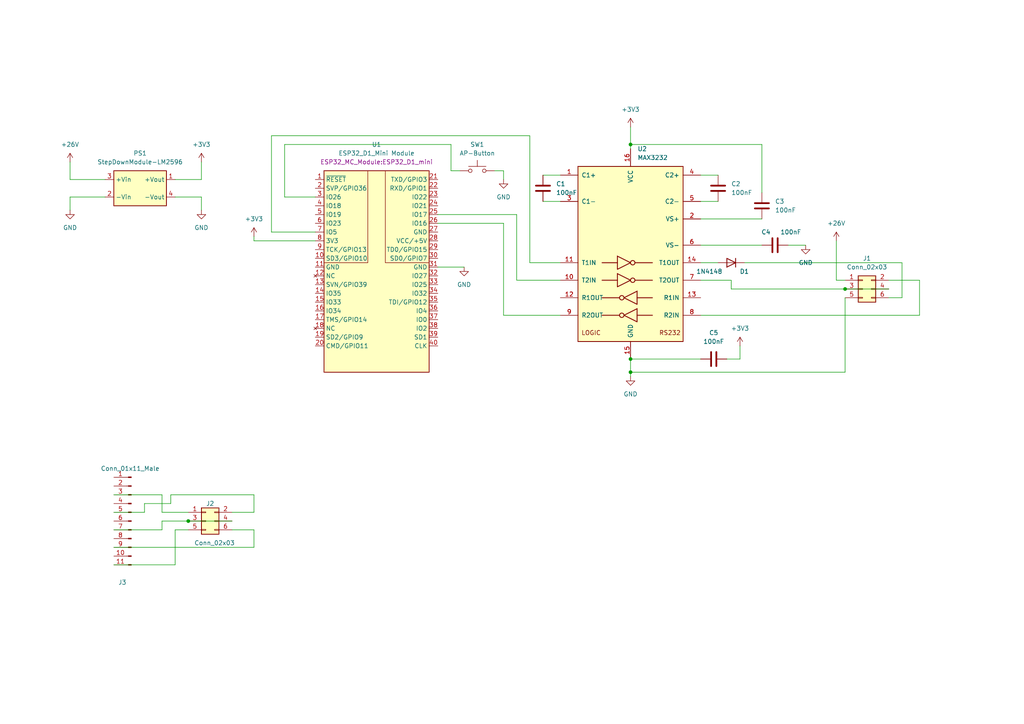
<source format=kicad_sch>
(kicad_sch (version 20211123) (generator eeschema)
  (paper "A4")
  (title_block (title "NES-Smartmeter Interface") (date "9. Aug. 2022") (rev "1") (comment 1 "Based on NES-MEP by www.dabbler.dk") (comment 4 "Author: Engelbert Horvat"))
  (lib_symbols
    (symbol "Connector:Conn_01x11_Male" (pin_names (offset 1.016) hide)
      (property "Reference" "J" (at 0 15.24 0))
      (property "Value" "Conn_01x11_Male" (at 0 -15.24 0))
      (symbol "Conn_01x11_Male_1_1"
        (polyline (pts (xy 1.27 -12.7) (xy 0.8636 -12.7)) (stroke (width 0.1524)))
        (polyline (pts (xy 1.27 -10.16) (xy 0.8636 -10.16)) (stroke (width 0.1524)))
        (polyline (pts (xy 1.27 -7.62) (xy 0.8636 -7.62)) (stroke (width 0.1524)))
        (polyline (pts (xy 1.27 -5.08) (xy 0.8636 -5.08)) (stroke (width 0.1524)))
        (polyline (pts (xy 1.27 -2.54) (xy 0.8636 -2.54)) (stroke (width 0.1524)))
        (polyline (pts (xy 1.27 0) (xy 0.8636 0)) (stroke (width 0.1524)))
        (polyline (pts (xy 1.27 2.54) (xy 0.8636 2.54)) (stroke (width 0.1524)))
        (polyline (pts (xy 1.27 5.08) (xy 0.8636 5.08)) (stroke (width 0.1524)))
        (polyline (pts (xy 1.27 7.62) (xy 0.8636 7.62)) (stroke (width 0.1524)))
        (polyline (pts (xy 1.27 10.16) (xy 0.8636 10.16)) (stroke (width 0.1524)))
        (polyline (pts (xy 1.27 12.7) (xy 0.8636 12.7)) (stroke (width 0.1524)))
        (rectangle (start 0.8636 -12.573) (end 0 -12.827) (stroke (width 0.1524)) (fill (type outline)))
        (rectangle (start 0.8636 -10.033) (end 0 -10.287) (stroke (width 0.1524)) (fill (type outline)))
        (rectangle (start 0.8636 -7.493) (end 0 -7.747) (stroke (width 0.1524)) (fill (type outline)))
        (rectangle (start 0.8636 -4.953) (end 0 -5.207) (stroke (width 0.1524)) (fill (type outline)))
        (rectangle (start 0.8636 -2.413) (end 0 -2.667) (stroke (width 0.1524)) (fill (type outline)))
        (rectangle (start 0.8636 0.127) (end 0 -0.127) (stroke (width 0.1524)) (fill (type outline)))
        (rectangle (start 0.8636 2.667) (end 0 2.413) (stroke (width 0.1524)) (fill (type outline)))
        (rectangle (start 0.8636 5.207) (end 0 4.953) (stroke (width 0.1524)) (fill (type outline)))
        (rectangle (start 0.8636 7.747) (end 0 7.493) (stroke (width 0.1524)) (fill (type outline)))
        (rectangle (start 0.8636 10.287) (end 0 10.033) (stroke (width 0.1524)) (fill (type outline)))
        (rectangle (start 0.8636 12.827) (end 0 12.573) (stroke (width 0.1524)) (fill (type outline)))
        (pin passive line (at 5.08 12.7 180) (length 3.81) (name "Pin_1") (number "1"))
        (pin passive line (at 5.08 -10.16 180) (length 3.81) (name "Pin_10") (number "10"))
        (pin passive line (at 5.08 -12.7 180) (length 3.81) (name "Pin_11") (number "11"))
        (pin passive line (at 5.08 10.16 180) (length 3.81) (name "Pin_2") (number "2"))
        (pin passive line (at 5.08 7.62 180) (length 3.81) (name "Pin_3") (number "3"))
        (pin passive line (at 5.08 5.08 180) (length 3.81) (name "Pin_4") (number "4"))
        (pin passive line (at 5.08 2.54 180) (length 3.81) (name "Pin_5") (number "5"))
        (pin passive line (at 5.08 0 180) (length 3.81) (name "Pin_6") (number "6"))
        (pin passive line (at 5.08 -2.54 180) (length 3.81) (name "Pin_7") (number "7"))
        (pin passive line (at 5.08 -5.08 180) (length 3.81) (name "Pin_8") (number "8"))
        (pin passive line (at 5.08 -7.62 180) (length 3.81) (name "Pin_9") (number "9"))
      )
    )
    (symbol "Connector_Generic:Conn_02x03_Odd_Even" (pin_names (offset 1.016) hide)
      (property "Reference" "J" (at 1.27 5.08 0))
      (property "Value" "Conn_02x03_Odd_Even" (at 1.27 -5.08 0))
      (symbol "Conn_02x03_Odd_Even_1_1"
        (rectangle (start -1.27 -2.413) (end 0 -2.667) (stroke (width 0.1524)))
        (rectangle (start -1.27 0.127) (end 0 -0.127) (stroke (width 0.1524)))
        (rectangle (start -1.27 2.667) (end 0 2.413) (stroke (width 0.1524)))
        (rectangle (start -1.27 3.81) (end 3.81 -3.81) (stroke (width 0.254)) (fill (type background)))
        (rectangle (start 3.81 -2.413) (end 2.54 -2.667) (stroke (width 0.1524)))
        (rectangle (start 3.81 0.127) (end 2.54 -0.127) (stroke (width 0.1524)))
        (rectangle (start 3.81 2.667) (end 2.54 2.413) (stroke (width 0.1524)))
        (pin passive line (at -5.08 2.54 0) (length 3.81) (name "Pin_1") (number "1"))
        (pin passive line (at 7.62 2.54 180) (length 3.81) (name "Pin_2") (number "2"))
        (pin passive line (at -5.08 0 0) (length 3.81) (name "Pin_3") (number "3"))
        (pin passive line (at 7.62 0 180) (length 3.81) (name "Pin_4") (number "4"))
        (pin passive line (at -5.08 -2.54 0) (length 3.81) (name "Pin_5") (number "5"))
        (pin passive line (at 7.62 -2.54 180) (length 3.81) (name "Pin_6") (number "6"))
      )
    )
    (symbol "Device:C" (pin_numbers hide) (pin_names (offset 0.254))
      (property "Reference" "C" (at 0.635 2.54 0))
      (property "Value" "C" (at 0.635 -2.54 0))
      (symbol "C_0_1"
        (polyline (pts (xy -2.032 -0.762) (xy 2.032 -0.762)) (stroke (width 0.508)))
        (polyline (pts (xy -2.032 0.762) (xy 2.032 0.762)) (stroke (width 0.508)))
      )
      (symbol "C_1_1"
        (pin passive line (at 0 3.81 270) (length 2.794) (name "~") (number "1"))
        (pin passive line (at 0 -3.81 90) (length 2.794) (name "~") (number "2"))
      )
    )
    (symbol "Diode:1N4148" (pin_numbers hide) (pin_names (offset 1.016) hide)
      (property "Reference" "D" (at 0 2.54 0))
      (property "Value" "1N4148" (at 0 -2.54 0))
      (symbol "1N4148_0_1"
        (polyline (pts (xy -1.27 1.27) (xy -1.27 -1.27)) (stroke (width 0.254)))
        (polyline (pts (xy 1.27 0) (xy -1.27 0)))
        (polyline (pts (xy 1.27 1.27) (xy 1.27 -1.27) (xy -1.27 0) (xy 1.27 1.27)) (stroke (width 0.254)))
      )
      (symbol "1N4148_1_1"
        (pin passive line (at -3.81 0 0) (length 2.54) (name "K") (number "1"))
        (pin passive line (at 3.81 0 180) (length 2.54) (name "A") (number "2"))
      )
    )
    (symbol "Interface_UART:MAX3232" (pin_names (offset 1.016))
      (property "Reference" "U" (at -2.54 28.575 0))
      (property "Value" "MAX3232" (at -2.54 26.67 0))
      (symbol "MAX3232_0_0"
        (text "LOGIC" (at -11.43 -22.86 0) (effects (font (size 1.27 1.27))))
        (text "RS232" (at 11.43 -22.86 0) (effects (font (size 1.27 1.27))))
      )
      (symbol "MAX3232_0_1"
        (rectangle (start -15.24 -25.4) (end 15.24 25.4) (stroke (width 0.254)) (fill (type background)))
        (circle (center -2.54 -17.78) (radius 0.635) (stroke (width 0.254)))
        (circle (center -2.54 -12.7) (radius 0.635) (stroke (width 0.254)))
        (polyline (pts (xy -3.81 -7.62) (xy -8.255 -7.62)) (stroke (width 0.254)))
        (polyline (pts (xy -3.81 -2.54) (xy -8.255 -2.54)) (stroke (width 0.254)))
        (polyline (pts (xy -3.175 -17.78) (xy -8.255 -17.78)) (stroke (width 0.254)))
        (polyline (pts (xy -3.175 -12.7) (xy -8.255 -12.7)) (stroke (width 0.254)))
        (polyline (pts (xy 1.27 -7.62) (xy 6.35 -7.62)) (stroke (width 0.254)))
        (polyline (pts (xy 1.27 -2.54) (xy 6.35 -2.54)) (stroke (width 0.254)))
        (polyline (pts (xy 1.905 -17.78) (xy 6.35 -17.78)) (stroke (width 0.254)))
        (polyline (pts (xy 1.905 -12.7) (xy 6.35 -12.7)) (stroke (width 0.254)))
        (polyline (pts (xy -3.81 -5.715) (xy -3.81 -9.525) (xy 0 -7.62) (xy -3.81 -5.715)) (stroke (width 0.254)))
        (polyline (pts (xy -3.81 -0.635) (xy -3.81 -4.445) (xy 0 -2.54) (xy -3.81 -0.635)) (stroke (width 0.254)))
        (polyline (pts (xy 1.905 -15.875) (xy 1.905 -19.685) (xy -1.905 -17.78) (xy 1.905 -15.875)) (stroke (width 0.254)))
        (polyline (pts (xy 1.905 -10.795) (xy 1.905 -14.605) (xy -1.905 -12.7) (xy 1.905 -10.795)) (stroke (width 0.254)))
        (circle (center 0.635 -7.62) (radius 0.635) (stroke (width 0.254)))
        (circle (center 0.635 -2.54) (radius 0.635) (stroke (width 0.254)))
      )
      (symbol "MAX3232_1_1"
        (pin passive line (at -20.32 22.86 0) (length 5.08) (name "C1+") (number "1"))
        (pin input line (at -20.32 -7.62 0) (length 5.08) (name "T2IN") (number "10"))
        (pin input line (at -20.32 -2.54 0) (length 5.08) (name "T1IN") (number "11"))
        (pin output line (at -20.32 -12.7 0) (length 5.08) (name "R1OUT") (number "12"))
        (pin input line (at 20.32 -12.7 180) (length 5.08) (name "R1IN") (number "13"))
        (pin output line (at 20.32 -2.54 180) (length 5.08) (name "T1OUT") (number "14"))
        (pin power_in line (at 0 -30.48 90) (length 5.08) (name "GND") (number "15"))
        (pin power_in line (at 0 30.48 270) (length 5.08) (name "VCC") (number "16"))
        (pin power_out line (at 20.32 10.16 180) (length 5.08) (name "VS+") (number "2"))
        (pin passive line (at -20.32 15.24 0) (length 5.08) (name "C1-") (number "3"))
        (pin passive line (at 20.32 22.86 180) (length 5.08) (name "C2+") (number "4"))
        (pin passive line (at 20.32 15.24 180) (length 5.08) (name "C2-") (number "5"))
        (pin power_out line (at 20.32 2.54 180) (length 5.08) (name "VS-") (number "6"))
        (pin output line (at 20.32 -7.62 180) (length 5.08) (name "T2OUT") (number "7"))
        (pin input line (at 20.32 -17.78 180) (length 5.08) (name "R2IN") (number "8"))
        (pin output line (at -20.32 -17.78 0) (length 5.08) (name "R2OUT") (number "9"))
      )
    )
    (symbol "MCU_Module-EHo:+26V" (power) (pin_names (offset 0))
      (property "Value" "+26V" (at 0 5.08 0))
      (symbol "+26V_0_1"
        (polyline (pts (xy -0.762 1.27) (xy 0 2.54)))
        (polyline (pts (xy 0 0) (xy 0 2.54)))
        (polyline (pts (xy 0 2.54) (xy 0.762 1.27)))
      )
      (symbol "+26V_1_1"
        (pin power_in line (at 0 0 90) (length 0) hide (name "+26V") (number "1"))
      )
    )
    (symbol "MCU_Module-EHo:DCDC-StepDownModule-LM2596"
      (property "Reference" "PS1" (at 0 10.16 0))
      (property "Value" "StepDownModule-LM2596" (at 0 7.62 0))
      (symbol "DCDC-StepDownModule-LM2596_0_0"
        (pin power_out line (at 10.16 2.54 180) (length 2.54) (name "+Vout") (number "1"))
        (pin power_in line (at -10.16 -2.54 0) (length 2.54) (name "-Vin") (number "2"))
        (pin power_in line (at -10.16 2.54 0) (length 2.54) (name "+Vin") (number "3"))
        (pin power_out line (at 10.16 -2.54 180) (length 2.54) (name "-Vout") (number "4"))
      )
      (symbol "DCDC-StepDownModule-LM2596_0_1"
        (rectangle (start -7.62 5.08) (end 7.62 -5.08) (stroke (width 0.254)) (fill (type background)))
      )
    )
    (symbol "MCU_Module-EHo:ESP32_D1_Mini"
      (property "Reference" "A" (at -10.16 29.21 0))
      (property "Value" "ESP32_D1_Mini" (at -5.08 -29.21 0))
      (symbol "ESP32_D1_Mini_0_0"
        (pin bidirectional line (at -17.78 22.86 0) (length 2.54) (name "SVP/GPIO36") (number "2"))
        (pin bidirectional line (at 17.78 12.7 180) (length 2.54) (name "IO16") (number "26"))
        (pin power_in line (at 17.78 10.16 180) (length 2.54) (name "GND") (number "27"))
        (pin bidirectional line (at 17.78 -5.08 180) (length 2.54) (name "IO25") (number "33"))
        (pin bidirectional line (at 17.78 -7.62 180) (length 2.54) (name "IO32") (number "34"))
        (pin bidirectional line (at 17.78 -10.16 180) (length 2.54) (name "TDI/GPIO12") (number "35"))
        (pin bidirectional line (at 17.78 -12.7 180) (length 2.54) (name "IO4") (number "36"))
        (pin bidirectional line (at 17.78 -15.24 180) (length 2.54) (name "IO0") (number "37"))
        (pin bidirectional line (at 17.78 -17.78 180) (length 2.54) (name "IO2") (number "38"))
        (pin bidirectional line (at 17.78 -20.32 180) (length 2.54) (name "SD1") (number "39"))
        (pin bidirectional line (at -17.78 17.78 0) (length 2.54) (name "IO18") (number "4"))
        (pin bidirectional line (at 17.78 -22.86 180) (length 2.54) (name "CLK") (number "40"))
      )
      (symbol "ESP32_D1_Mini_0_1"
        (rectangle (start -15.24 27.94) (end 15.24 -30.48) (stroke (width 0.254)) (fill (type background)))
        (polyline (pts (xy -15.24 1.27) (xy -2.54 1.27) (xy -2.54 27.94)))
        (polyline (pts (xy 15.24 1.27) (xy 2.54 1.27) (xy 2.54 27.94)))
      )
      (symbol "ESP32_D1_Mini_1_1"
        (pin input line (at -17.78 25.4 0) (length 2.54) (name "~{RESET}") (number "1"))
        (pin bidirectional line (at -17.78 2.54 0) (length 2.54) (name "SD3/GPIO10") (number "10"))
        (pin power_in line (at -17.78 0 0) (length 2.54) (name "GND") (number "11"))
        (pin no_connect line (at -17.78 -2.54 0) (length 2.54) (name "NC") (number "12"))
        (pin bidirectional line (at -17.78 -5.08 0) (length 2.54) (name "SVN/GPIO39") (number "13"))
        (pin bidirectional line (at -17.78 -7.62 0) (length 2.54) (name "IO35") (number "14"))
        (pin bidirectional line (at -17.78 -10.16 0) (length 2.54) (name "IO33") (number "15"))
        (pin bidirectional line (at -17.78 -12.7 0) (length 2.54) (name "IO34") (number "16"))
        (pin bidirectional line (at -17.78 -15.24 0) (length 2.54) (name "TMS/GPIO14") (number "17"))
        (pin no_connect line (at -17.78 -17.78 0) (length 2.54) (name "NC") (number "18"))
        (pin bidirectional line (at -17.78 -20.32 0) (length 2.54) (name "SD2/GPIO9") (number "19"))
        (pin bidirectional line (at -17.78 -22.86 0) (length 2.54) (name "CMD/GPIO11") (number "20"))
        (pin bidirectional line (at 17.78 25.4 180) (length 2.54) (name "TXD/GPIO3") (number "21"))
        (pin bidirectional line (at 17.78 22.86 180) (length 2.54) (name "RXD/GPIO1") (number "22"))
        (pin bidirectional line (at 17.78 20.32 180) (length 2.54) (name "IO22") (number "23"))
        (pin bidirectional line (at 17.78 17.78 180) (length 2.54) (name "IO21") (number "24"))
        (pin bidirectional line (at 17.78 15.24 180) (length 2.54) (name "IO17") (number "25"))
        (pin power_in line (at 17.78 7.62 180) (length 2.54) (name "VCC/+5V") (number "28"))
        (pin bidirectional line (at 17.78 5.08 180) (length 2.54) (name "TD0/GPIO15") (number "29"))
        (pin bidirectional line (at -17.78 20.32 0) (length 2.54) (name "IO26") (number "3"))
        (pin bidirectional line (at 17.78 2.54 180) (length 2.54) (name "SD0/GPIO7") (number "30"))
        (pin power_in line (at 17.78 0 180) (length 2.54) (name "GND") (number "31"))
        (pin bidirectional line (at 17.78 -2.54 180) (length 2.54) (name "IO27") (number "32"))
        (pin bidirectional line (at -17.78 15.24 0) (length 2.54) (name "IO19") (number "5"))
        (pin bidirectional line (at -17.78 12.7 0) (length 2.54) (name "IO23") (number "6"))
        (pin bidirectional line (at -17.78 10.16 0) (length 2.54) (name "IO5") (number "7"))
        (pin power_in line (at -17.78 7.62 0) (length 2.54) (name "3V3") (number "8"))
        (pin bidirectional line (at -17.78 5.08 0) (length 2.54) (name "TCK/GPIO13") (number "9"))
      )
    )
    (symbol "Switch:SW_Push" (pin_numbers hide) (pin_names (offset 1.016) hide)
      (property "Reference" "SW" (at 1.27 2.54 0))
      (property "Value" "SW_Push" (at 0 -1.524 0))
      (symbol "SW_Push_0_1"
        (circle (center -2.032 0) (radius 0.508))
        (polyline (pts (xy 0 1.27) (xy 0 3.048)))
        (polyline (pts (xy 2.54 1.27) (xy -2.54 1.27)))
        (circle (center 2.032 0) (radius 0.508))
        (pin passive line (at -5.08 0 0) (length 2.54) (name "1") (number "1"))
        (pin passive line (at 5.08 0 180) (length 2.54) (name "2") (number "2"))
      )
    )
    (symbol "power:+3V3" (power) (pin_names (offset 0))
      (property "Value" "+3V3" (at 0 3.556 0))
      (symbol "+3V3_0_1"
        (polyline (pts (xy -0.762 1.27) (xy 0 2.54)))
        (polyline (pts (xy 0 0) (xy 0 2.54)))
        (polyline (pts (xy 0 2.54) (xy 0.762 1.27)))
      )
      (symbol "+3V3_1_1"
        (pin power_in line (at 0 0 90) (length 0) hide (name "+3V3") (number "1"))
      )
    )
    (symbol "power:GND" (power) (pin_names (offset 0))
      (property "Value" "GND" (at 0 -3.81 0))
      (symbol "GND_0_1"
        (polyline (pts (xy 0 0) (xy 0 -1.27) (xy 1.27 -1.27) (xy 0 -2.54) (xy -1.27 -1.27) (xy 0 -1.27)))
      )
      (symbol "GND_1_1"
        (pin power_in line (at 0 0 270) (length 0) hide (name "GND") (number "1"))
      )
    )
  )
  (junction (at 245.11 83.82))
  (junction (at 182.88 107.95))
  (junction (at 182.88 41.91))
  (junction (at 54.61 151.13))
  (junction (at 182.88 104.14))
  (wire (pts (xy 54.61 151.13) (xy 46.99 151.13)))
  (wire (pts (xy 182.88 104.14) (xy 203.2 104.14)))
  (wire (pts (xy 58.42 52.07) (xy 58.42 46.99)))
  (wire (pts (xy 153.67 76.2) (xy 162.56 76.2)))
  (wire (pts (xy 50.8 163.83) (xy 33.02 163.83)))
  (wire (pts (xy 50.8 57.15) (xy 58.42 57.15)))
  (wire (pts (xy 149.86 81.28) (xy 162.56 81.28)))
  (wire (pts (xy 182.88 41.91) (xy 182.88 43.18)))
  (wire (pts (xy 157.48 50.8) (xy 162.56 50.8)))
  (wire (pts (xy 182.88 107.95) (xy 245.11 107.95)))
  (wire (pts (xy 146.05 91.44) (xy 162.56 91.44)))
  (wire (pts (xy 228.6 71.12) (xy 233.68 71.12)))
  (wire (pts (xy 78.74 39.37) (xy 153.67 39.37)))
  (wire (pts (xy 49.53 143.51) (xy 49.53 146.05)))
  (wire (pts (xy 50.8 153.67) (xy 50.8 163.83)))
  (wire (pts (xy 261.62 86.36) (xy 257.81 86.36)))
  (wire (pts (xy 73.66 69.85) (xy 91.44 69.85)))
  (wire (pts (xy 73.66 143.51) (xy 49.53 143.51)))
  (wire (pts (xy 46.99 151.13) (xy 46.99 153.67)))
  (wire (pts (xy 49.53 146.05) (xy 41.91 146.05)))
  (wire (pts (xy 78.74 67.31) (xy 78.74 39.37)))
  (wire (pts (xy 67.31 148.59) (xy 73.66 148.59)))
  (wire (pts (xy 143.51 49.53) (xy 146.05 49.53)))
  (wire (pts (xy 182.88 36.83) (xy 182.88 41.91)))
  (wire (pts (xy 182.88 104.14) (xy 182.88 107.95)))
  (wire (pts (xy 82.55 57.15) (xy 82.55 41.91)))
  (wire (pts (xy 130.81 41.91) (xy 130.81 49.53)))
  (wire (pts (xy 73.66 69.85) (xy 73.66 68.58)))
  (wire (pts (xy 203.2 50.8) (xy 208.28 50.8)))
  (wire (pts (xy 73.66 153.67) (xy 67.31 153.67)))
  (wire (pts (xy 127 62.23) (xy 149.86 62.23)))
  (wire (pts (xy 33.02 153.67) (xy 46.99 153.67)))
  (wire (pts (xy 73.66 158.75) (xy 73.66 153.67)))
  (wire (pts (xy 245.11 86.36) (xy 245.11 107.95)))
  (wire (pts (xy 203.2 58.42) (xy 208.28 58.42)))
  (wire (pts (xy 261.62 76.2) (xy 261.62 86.36)))
  (wire (pts (xy 182.88 41.91) (xy 220.98 41.91)))
  (wire (pts (xy 50.8 52.07) (xy 58.42 52.07)))
  (wire (pts (xy 130.81 49.53) (xy 133.35 49.53)))
  (wire (pts (xy 50.8 153.67) (xy 54.61 153.67)))
  (wire (pts (xy 82.55 41.91) (xy 130.81 41.91)))
  (wire (pts (xy 266.7 81.28) (xy 266.7 91.44)))
  (wire (pts (xy 30.48 52.07) (xy 20.32 52.07)))
  (wire (pts (xy 210.82 104.14) (xy 214.63 104.14)))
  (wire (pts (xy 127 77.47) (xy 134.62 77.47)))
  (wire (pts (xy 146.05 64.77) (xy 146.05 91.44)))
  (wire (pts (xy 146.05 49.53) (xy 146.05 52.07)))
  (wire (pts (xy 245.11 83.82) (xy 257.81 83.82)))
  (wire (pts (xy 182.88 107.95) (xy 182.88 109.22)))
  (wire (pts (xy 203.2 76.2) (xy 208.28 76.2)))
  (wire (pts (xy 58.42 57.15) (xy 58.42 60.96)))
  (wire (pts (xy 30.48 57.15) (xy 20.32 57.15)))
  (wire (pts (xy 46.99 143.51) (xy 46.99 148.59)))
  (wire (pts (xy 127 64.77) (xy 146.05 64.77)))
  (wire (pts (xy 149.86 62.23) (xy 149.86 81.28)))
  (wire (pts (xy 214.63 104.14) (xy 214.63 100.33)))
  (wire (pts (xy 20.32 52.07) (xy 20.32 46.99)))
  (wire (pts (xy 41.91 148.59) (xy 33.02 148.59)))
  (wire (pts (xy 20.32 57.15) (xy 20.32 60.96)))
  (wire (pts (xy 33.02 158.75) (xy 73.66 158.75)))
  (wire (pts (xy 91.44 67.31) (xy 78.74 67.31)))
  (wire (pts (xy 242.57 81.28) (xy 242.57 69.85)))
  (wire (pts (xy 215.9 76.2) (xy 261.62 76.2)))
  (wire (pts (xy 91.44 57.15) (xy 82.55 57.15)))
  (wire (pts (xy 212.09 81.28) (xy 203.2 81.28)))
  (wire (pts (xy 203.2 63.5) (xy 220.98 63.5)))
  (wire (pts (xy 212.09 83.82) (xy 212.09 81.28)))
  (wire (pts (xy 46.99 148.59) (xy 54.61 148.59)))
  (wire (pts (xy 54.61 151.13) (xy 67.31 151.13)))
  (wire (pts (xy 33.02 143.51) (xy 46.99 143.51)))
  (wire (pts (xy 41.91 146.05) (xy 41.91 148.59)))
  (wire (pts (xy 73.66 148.59) (xy 73.66 143.51)))
  (wire (pts (xy 153.67 39.37) (xy 153.67 76.2)))
  (wire (pts (xy 203.2 91.44) (xy 266.7 91.44)))
  (wire (pts (xy 203.2 71.12) (xy 220.98 71.12)))
  (wire (pts (xy 245.11 83.82) (xy 212.09 83.82)))
  (wire (pts (xy 245.11 81.28) (xy 242.57 81.28)))
  (wire (pts (xy 162.56 58.42) (xy 157.48 58.42)))
  (wire (pts (xy 257.81 81.28) (xy 266.7 81.28)))
  (wire (pts (xy 220.98 55.88) (xy 220.98 41.91)))
  (symbol (lib_id "MCU_Module-EHo:DCDC-StepDownModule-LM2596") (at 40.64 54.61 0) (unit 1)
    (property "Reference" "PS1" (at 40.64 44.45 0))
    (property "Value" "StepDownModule-LM2596" (at 40.64 46.99 0))
    (property "Footprint" "ESP32_MC_Module:DCDC-StepDown-LM2596-THT" (effects hide))
  )
  (symbol (lib_id "Device:C") (at 157.48 54.61 0) (unit 1)
    (property "Reference" "C1" (at 161.29 53.3399 0) (effects (justify left)))
    (property "Value" "100nF" (at 161.29 55.8799 0) (effects (justify left)))
    (property "Footprint" "Capacitor_THT:C_Rect_L7.0mm_W3.5mm_P5.00mm" (effects hide))
  )
  (symbol (lib_id "power:GND") (at 20.32 60.96 0) (unit 1)
    (property "Reference" "#PWR0111" (effects hide))
    (property "Value" "GND" (at 20.32 66.04 0))
  )
  (symbol (lib_id "Device:C") (at 207.01 104.14 90) (unit 1)
    (property "Reference" "C5" (at 207.01 96.52 90))
    (property "Value" "100nF" (at 207.01 99.06 90))
    (property "Footprint" "Capacitor_THT:C_Rect_L7.0mm_W3.5mm_P5.00mm" (effects hide))
  )
  (symbol (lib_id "Interface_UART:MAX3232") (at 182.88 73.66 0) (unit 1)
    (property "Reference" "U2" (at 184.8994 43.18 0) (effects (justify left)))
    (property "Value" "MAX3232" (at 184.8994 45.72 0) (effects (justify left)))
    (property "Footprint" "Package_DIP:DIP-16_W7.62mm_Socket" (effects hide))
    (property "Datasheet" "https://datasheets.maximintegrated.com/en/ds/MAX3222-MAX3241.pdf" (effects hide))
  )
  (symbol (lib_id "Device:C") (at 208.28 54.61 0) (unit 1)
    (property "Reference" "C2" (at 212.09 53.3399 0) (effects (justify left)))
    (property "Value" "100nF" (at 212.09 55.8799 0) (effects (justify left)))
    (property "Footprint" "Capacitor_THT:C_Rect_L7.0mm_W3.5mm_P5.00mm" (effects hide))
  )
  (symbol (lib_id "power:GND") (at 233.68 71.12 0) (unit 1)
    (property "Reference" "#PWR0106" (effects hide))
    (property "Value" "GND" (at 233.68 76.2 0))
  )
  (symbol (lib_id "Switch:SW_Push") (at 138.43 49.53 0) (unit 1)
    (property "Reference" "SW1" (at 138.43 41.91 0))
    (property "Value" "AP-Button" (at 138.43 44.45 0))
    (property "Footprint" "Button_Switch_THT:SW_PUSH_6mm" (effects hide))
  )
  (symbol (lib_id "power:GND") (at 146.05 52.07 0) (unit 1)
    (property "Reference" "#PWR0112" (effects hide))
    (property "Value" "GND" (at 146.05 57.15 0))
  )
  (symbol (lib_id "Device:C") (at 224.79 71.12 270) (unit 1)
    (property "Reference" "C4" (at 223.5199 67.31 90) (effects (justify right)))
    (property "Value" "100nF" (at 232.41 67.31 90) (effects (justify right)))
    (property "Footprint" "Capacitor_THT:C_Rect_L7.0mm_W3.5mm_P5.00mm" (effects hide))
  )
  (symbol (lib_id "power:+3V3") (at 58.42 46.99 0) (unit 1)
    (property "Reference" "#PWR0109" (effects hide))
    (property "Value" "+3V3" (at 58.42 41.91 0))
  )
  (symbol (lib_id "Diode:1N4148") (at 212.09 76.2 180) (unit 1)
    (property "Reference" "D1" (at 215.9 78.74 0))
    (property "Value" "1N4148" (at 205.74 78.74 0))
    (property "Footprint" "Diode_THT:D_DO-35_SOD27_P7.62mm_Horizontal" (effects hide))
    (property "Datasheet" "https://assets.nexperia.com/documents/data-sheet/1N4148_1N4448.pdf" (effects hide))
  )
  (symbol (lib_id "Connector_Generic:Conn_02x03_Odd_Even") (at 250.19 83.82 0) (unit 1)
    (property "Reference" "J1" (at 251.46 74.93 0))
    (property "Value" "Conn_02x03" (at 251.46 77.47 0))
    (property "Footprint" "IDC-Header_2x03_P2.54mm_Vertical" (effects hide))
  )
  (symbol (lib_id "Connector:Conn_01x11_Male") (at 38.1 151.13 0) (mirror y) (unit 1)
    (property "Reference" "J3" (at 34.29 168.91 0) (effects (justify right)))
    (property "Value" "Conn_01x11_Male" (at 29.21 135.89 0) (effects (justify right)))
    (property "Footprint" "Connector_PinSocket_2.54mm:PinSocket_1x11_P2.54mm_Vertical" (effects hide))
  )
  (symbol (lib_id "MCU_Module-EHo:+26V") (at 242.57 69.85 0) (unit 1)
    (property "Reference" "#PWR0107" (effects hide))
    (property "Value" "+26V" (at 242.57 64.77 0))
  )
  (symbol (lib_id "Device:C") (at 220.98 59.69 0) (unit 1)
    (property "Reference" "C3" (at 224.79 58.4199 0) (effects (justify left)))
    (property "Value" "100nF" (at 224.79 60.9599 0) (effects (justify left)))
    (property "Footprint" "Capacitor_THT:C_Rect_L7.0mm_W3.5mm_P5.00mm" (effects hide))
  )
  (symbol (lib_id "power:GND") (at 134.62 77.47 0) (unit 1)
    (property "Reference" "#PWR0101" (effects hide))
    (property "Value" "GND" (at 134.62 82.55 0))
  )
  (symbol (lib_id "power:GND") (at 182.88 109.22 0) (unit 1)
    (property "Reference" "#PWR0103" (effects hide))
    (property "Value" "GND" (at 182.88 114.3 0))
  )
  (symbol (lib_id "MCU_Module-EHo:+26V") (at 20.32 46.99 0) (unit 1)
    (property "Reference" "#PWR0110" (effects hide))
    (property "Value" "+26V" (at 20.32 41.91 0))
  )
  (symbol (lib_id "Connector_Generic:Conn_02x03_Odd_Even") (at 59.69 151.13 0) (unit 1)
    (property "Reference" "J2" (at 60.96 146.05 0))
    (property "Value" "Conn_02x03" (at 62.23 157.48 0))
    (property "Footprint" "Connector_IDC:IDC-Header_2x03_P2.54mm_Vertical" (effects hide))
  )
  (symbol (lib_id "power:+3V3") (at 73.66 68.58 0) (unit 1)
    (property "Reference" "#PWR0102" (effects hide))
    (property "Value" "+3V3" (at 73.66 63.5 0))
  )
  (symbol (lib_id "MCU_Module-EHo:ESP32_D1_Mini") (at 109.22 77.47 0) (unit 1)
    (property "Reference" "U1" (at 109.22 41.91 0))
    (property "Value" "ESP32_D1_Mini Module" (at 109.22 44.45 0))
    (property "Footprint" "ESP32_MC_Module:ESP32_D1_mini" (at 109.22 46.99 0))
    (property "Datasheet" "https://arduino-projekte.info/produkt/d1-mini-esp32-wifi-bluetooth/" (effects hide))
  )
  (symbol (lib_id "power:+3V3") (at 214.63 100.33 0) (unit 1)
    (property "Reference" "#PWR0105" (effects hide))
    (property "Value" "+3V3" (at 214.63 95.25 0))
  )
  (symbol (lib_id "power:GND") (at 58.42 60.96 0) (unit 1)
    (property "Reference" "#PWR0108" (effects hide))
    (property "Value" "GND" (at 58.42 66.04 0))
  )
  (symbol (lib_id "power:+3V3") (at 182.88 36.83 0) (unit 1)
    (property "Reference" "#PWR0104" (effects hide))
    (property "Value" "+3V3" (at 182.88 31.75 0))
  )
)
</source>
